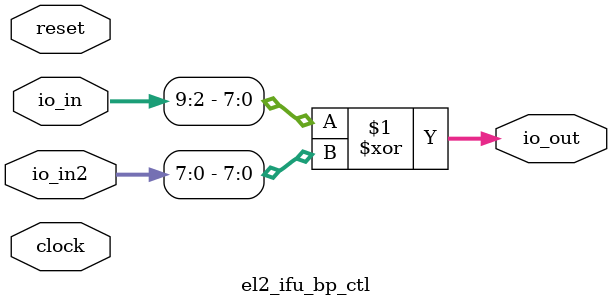
<source format=v>
module el2_ifu_bp_ctl(
  input         clock,
  input         reset,
  input  [31:0] io_in,
  input  [31:0] io_in2,
  output [7:0]  io_out
);
  assign io_out = io_in[9:2] ^ io_in2[7:0]; // @[el2_ifu_bp_ctl.scala 13:10]
endmodule

</source>
